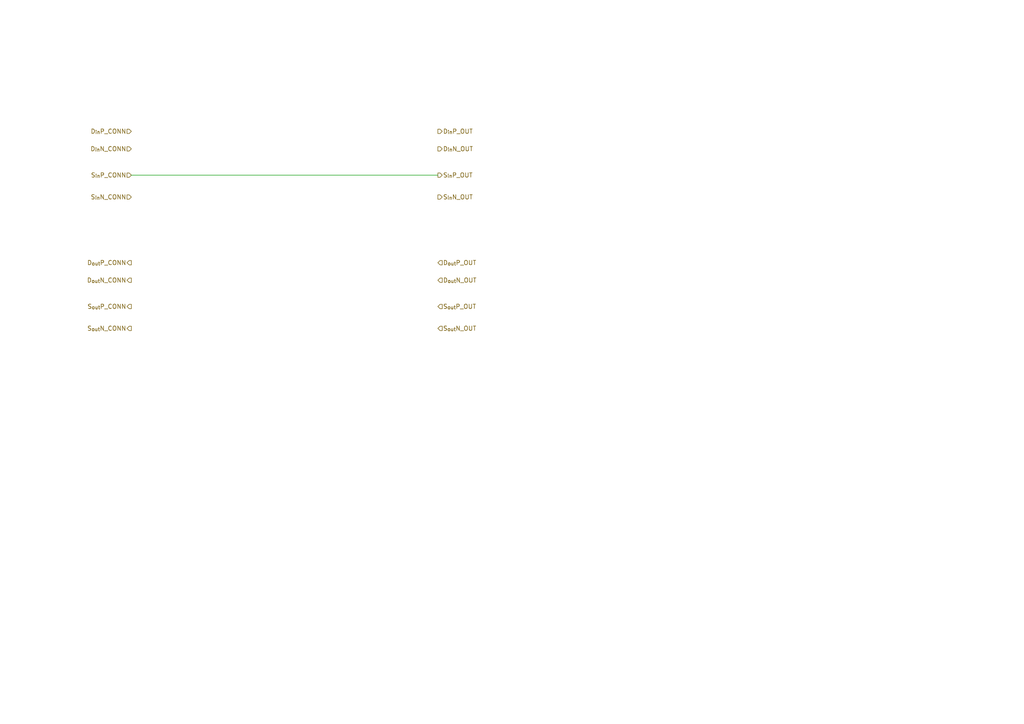
<source format=kicad_sch>
(kicad_sch
	(version 20231120)
	(generator "eeschema")
	(generator_version "8.0")
	(uuid "477297cb-1377-4ffa-a6d9-abf1953cd902")
	(paper "A4")
	(lib_symbols)
	(wire
		(pts
			(xy 38.1 50.8) (xy 127 50.8)
		)
		(stroke
			(width 0)
			(type default)
		)
		(uuid "045cedc9-0811-4317-a6da-cb15945b36a9")
	)
	(hierarchical_label "S_{in}N_CONN"
		(shape input)
		(at 38.1 57.15 180)
		(fields_autoplaced yes)
		(effects
			(font
				(size 1.27 1.27)
			)
			(justify right)
		)
		(uuid "1c7ea695-41e5-4eb0-aa1e-4af3b3f00a44")
	)
	(hierarchical_label "D_{in}P_OUT"
		(shape output)
		(at 127 38.1 0)
		(fields_autoplaced yes)
		(effects
			(font
				(size 1.27 1.27)
			)
			(justify left)
		)
		(uuid "1e9e8c98-d167-40ef-b774-df25c01bcfcd")
	)
	(hierarchical_label "S_{out}P_CONN"
		(shape output)
		(at 38.1 88.9 180)
		(fields_autoplaced yes)
		(effects
			(font
				(size 1.27 1.27)
			)
			(justify right)
		)
		(uuid "285a0251-a433-4d6e-ac52-038cd9d482ef")
	)
	(hierarchical_label "D_{out}P_CONN"
		(shape output)
		(at 38.1 76.2 180)
		(fields_autoplaced yes)
		(effects
			(font
				(size 1.27 1.27)
			)
			(justify right)
		)
		(uuid "34419bf6-ecda-44ec-9039-ce21354e8788")
	)
	(hierarchical_label "S_{out}N_CONN"
		(shape output)
		(at 38.1 95.25 180)
		(fields_autoplaced yes)
		(effects
			(font
				(size 1.27 1.27)
			)
			(justify right)
		)
		(uuid "3e46e9a3-0c74-43e5-9027-796dd4605c7e")
	)
	(hierarchical_label "D_{out}N_CONN"
		(shape output)
		(at 38.1 81.28 180)
		(fields_autoplaced yes)
		(effects
			(font
				(size 1.27 1.27)
			)
			(justify right)
		)
		(uuid "4f7154d2-5255-4dc8-8942-767c83dcfc1a")
	)
	(hierarchical_label "S_{out}N_OUT"
		(shape input)
		(at 127 95.25 0)
		(fields_autoplaced yes)
		(effects
			(font
				(size 1.27 1.27)
			)
			(justify left)
		)
		(uuid "5f109841-ea57-4a5a-9fe3-c4565823534c")
	)
	(hierarchical_label "S_{out}P_OUT"
		(shape input)
		(at 127 88.9 0)
		(fields_autoplaced yes)
		(effects
			(font
				(size 1.27 1.27)
			)
			(justify left)
		)
		(uuid "61f1b9c1-de1d-4b45-a5c8-4f3c3f985f72")
	)
	(hierarchical_label "D_{out}P_OUT"
		(shape input)
		(at 127 76.2 0)
		(fields_autoplaced yes)
		(effects
			(font
				(size 1.27 1.27)
			)
			(justify left)
		)
		(uuid "72f63316-fbef-41b4-8d80-75336563e5e5")
	)
	(hierarchical_label "S_{in}P_CONN"
		(shape input)
		(at 38.1 50.8 180)
		(fields_autoplaced yes)
		(effects
			(font
				(size 1.27 1.27)
			)
			(justify right)
		)
		(uuid "76634d88-294b-4406-83b8-5572dc3eb0b7")
	)
	(hierarchical_label "S_{in}P_OUT"
		(shape output)
		(at 127 50.8 0)
		(fields_autoplaced yes)
		(effects
			(font
				(size 1.27 1.27)
			)
			(justify left)
		)
		(uuid "8ecca758-a2de-4941-bda6-0bc6f0939268")
	)
	(hierarchical_label "D_{in}N_OUT"
		(shape output)
		(at 127 43.18 0)
		(fields_autoplaced yes)
		(effects
			(font
				(size 1.27 1.27)
			)
			(justify left)
		)
		(uuid "d5f52220-5ff7-46e0-bd6b-52903b92ef71")
	)
	(hierarchical_label "D_{in}N_CONN"
		(shape input)
		(at 38.1 43.18 180)
		(fields_autoplaced yes)
		(effects
			(font
				(size 1.27 1.27)
			)
			(justify right)
		)
		(uuid "ead88f08-5a35-40d2-b7c8-e12efa741216")
	)
	(hierarchical_label "D_{out}N_OUT"
		(shape input)
		(at 127 81.28 0)
		(fields_autoplaced yes)
		(effects
			(font
				(size 1.27 1.27)
			)
			(justify left)
		)
		(uuid "eb111493-519e-41f3-9799-4e71bbc635b2")
	)
	(hierarchical_label "D_{in}P_CONN"
		(shape input)
		(at 38.1 38.1 180)
		(fields_autoplaced yes)
		(effects
			(font
				(size 1.27 1.27)
			)
			(justify right)
		)
		(uuid "f3ae4413-0c6f-48fc-a433-f50cfbc80f83")
	)
	(hierarchical_label "S_{in}N_OUT"
		(shape output)
		(at 127 57.15 0)
		(fields_autoplaced yes)
		(effects
			(font
				(size 1.27 1.27)
			)
			(justify left)
		)
		(uuid "f7503603-c33a-4ee3-bf85-703b5469ed58")
	)
)

</source>
